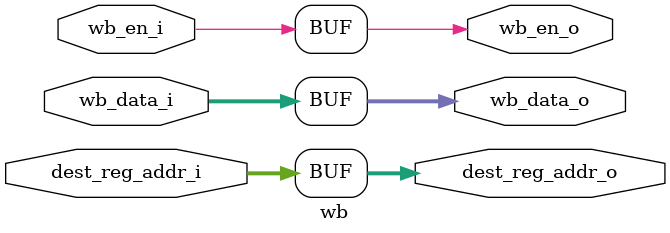
<source format=v>
module wb (
  input wb_en_i,
  input [3:0] dest_reg_addr_i,
  input [31:0] wb_data_i,
  output wb_en_o,
  output [3:0] dest_reg_addr_o,
  output [31:0] wb_data_o
);

  assign wb_en_o = wb_en_i;
  assign dest_reg_addr_o = dest_reg_addr_i;
  assign wb_data_o = wb_data_i;

endmodule

</source>
